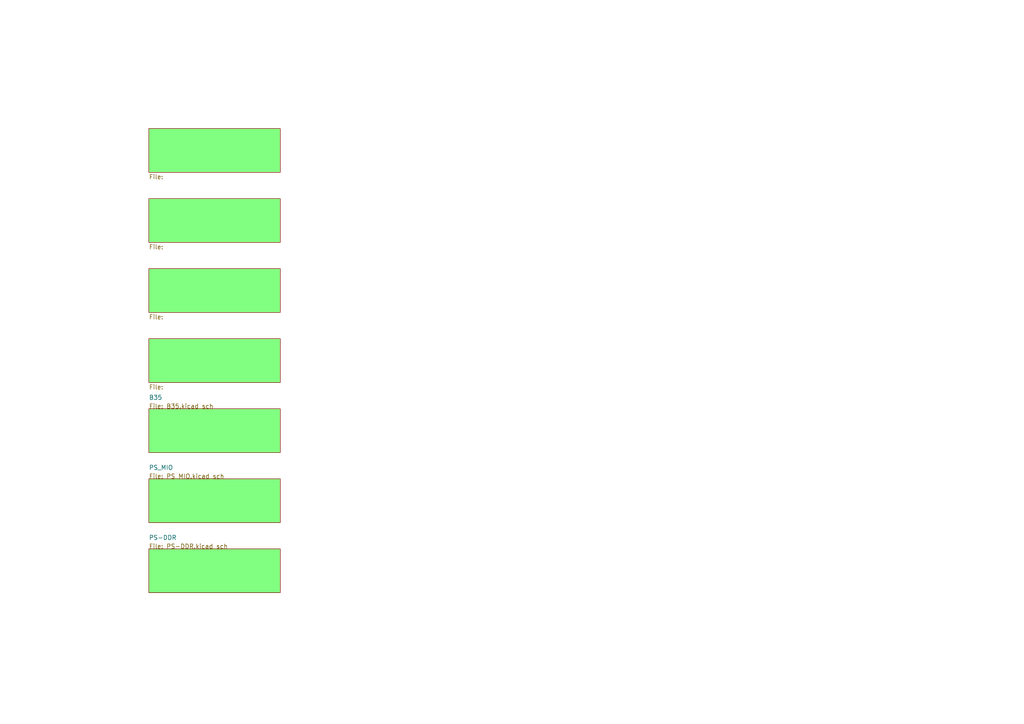
<source format=kicad_sch>
(kicad_sch (version 20230121) (generator eeschema)
  (paper "A4")
  (title_block (title "ZoM Mod A - FPGA") (date "12/16/2014") (rev "01"))
  (lib_symbols)
  (sheet (at 43.18 159.2072) (size 38.1 12.7) (stroke (width 0) (color 128 0 0 1)) (fill (color 128 255 128 1.0000))
    (property "Sheetname" "PS-DDR" (at 43.18 156.6672 0) (effects (justify left bottom)))
    (property "Sheetfile" "PS-DDR.kicad_sch" (at 43.18 159.2072 0) (effects (justify left bottom)))
  )
  (sheet (at 43.18 77.9272) (size 38.1 12.7) (stroke (width 0) (color 128 0 0 1)) (fill (color 128 255 128 1.0000)))
  (sheet (at 43.18 138.8872) (size 38.1 12.7) (stroke (width 0) (color 128 0 0 1)) (fill (color 128 255 128 1.0000))
    (property "Sheetname" "PS_MIO" (at 43.18 136.3472 0) (effects (justify left bottom)))
    (property "Sheetfile" "PS_MIO.kicad_sch" (at 43.18 138.8872 0) (effects (justify left bottom)))
  )
  (sheet (at 43.18 98.2472) (size 38.1 12.7) (stroke (width 0) (color 128 0 0 1)) (fill (color 128 255 128 1.0000)))
  (sheet (at 43.18 37.2872) (size 38.1 12.7) (stroke (width 0) (color 128 0 0 1)) (fill (color 128 255 128 1.0000)))
  (sheet (at 43.18 57.6072) (size 38.1 12.7) (stroke (width 0) (color 128 0 0 1)) (fill (color 128 255 128 1.0000)))
  (sheet (at 43.18 118.5672) (size 38.1 12.7) (stroke (width 0) (color 128 0 0 1)) (fill (color 128 255 128 1.0000))
    (property "Sheetname" "B35" (at 43.18 116.0272 0) (effects (justify left bottom)))
    (property "Sheetfile" "B35.kicad_sch" (at 43.18 118.5672 0) (effects (justify left bottom)))
  )
)
</source>
